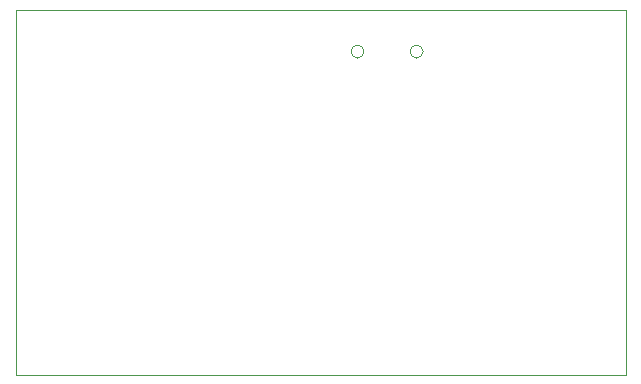
<source format=gbr>
%TF.GenerationSoftware,KiCad,Pcbnew,9.0.6*%
%TF.CreationDate,2025-11-28T18:37:07+03:00*%
%TF.ProjectId,motocounter,6d6f746f-636f-4756-9e74-65722e6b6963,rev?*%
%TF.SameCoordinates,PX7428540PY642ef90*%
%TF.FileFunction,Profile,NP*%
%FSLAX46Y46*%
G04 Gerber Fmt 4.6, Leading zero omitted, Abs format (unit mm)*
G04 Created by KiCad (PCBNEW 9.0.6) date 2025-11-28 18:37:07*
%MOMM*%
%LPD*%
G01*
G04 APERTURE LIST*
%TA.AperFunction,Profile*%
%ADD10C,0.050000*%
%TD*%
G04 APERTURE END LIST*
D10*
X0Y30900000D02*
X51650000Y30900000D01*
X51650000Y0D01*
X0Y0D01*
X0Y30900000D01*
%TO.C,Joystick*%
X29500000Y27350000D02*
G75*
G02*
X28400000Y27350000I-550000J0D01*
G01*
X28400000Y27350000D02*
G75*
G02*
X29500000Y27350000I550000J0D01*
G01*
X34500000Y27350000D02*
G75*
G02*
X33400000Y27350000I-550000J0D01*
G01*
X33400000Y27350000D02*
G75*
G02*
X34500000Y27350000I550000J0D01*
G01*
%TD*%
M02*

</source>
